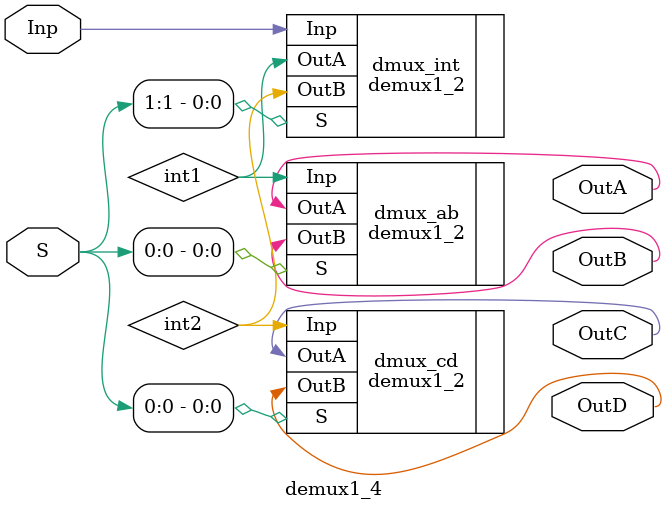
<source format=v>
module demux1_4(
	input wire Inp,
	input wire [1:0] S,
	output wire OutA,
	output wire OutB,
	output wire OutC,
	output wire OutD
);
	wire int1, int2;
	demux1_2 dmux_int (.Inp(Inp),  .S(S[1]), .OutA(int1), .OutB(int2));
	demux1_2 dmux_ab  (.Inp(int1), .S(S[0]), .OutA(OutA), .OutB(OutB));
	demux1_2 dmux_cd  (.Inp(int2), .S(S[0]), .OutA(OutC), .OutB(OutD));
endmodule

</source>
